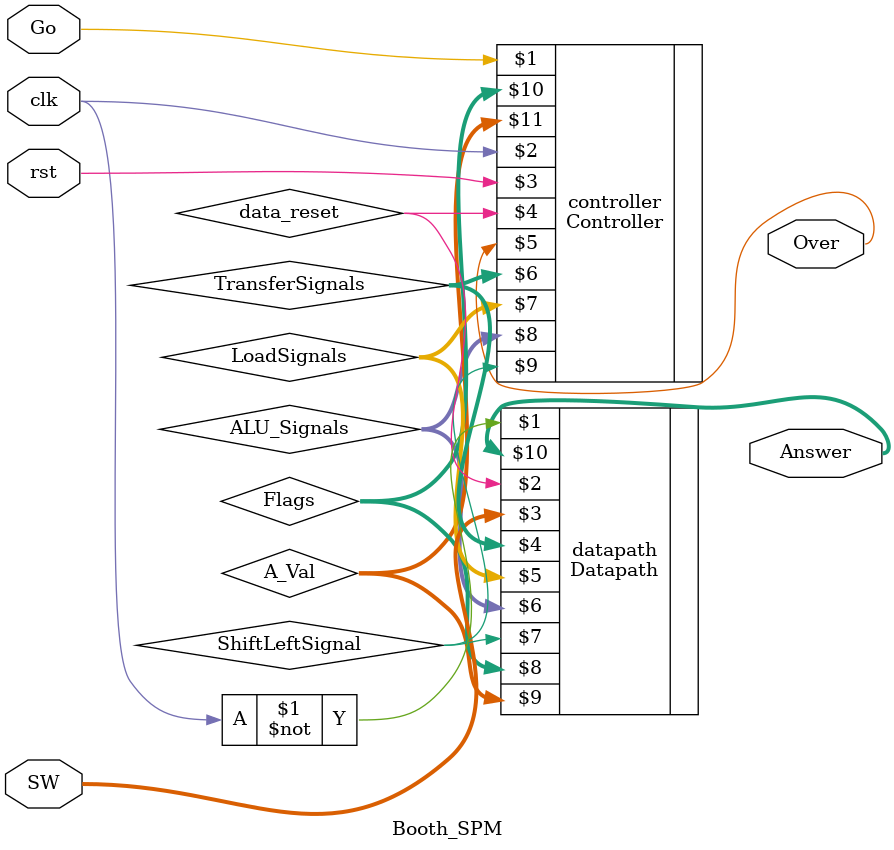
<source format=v>
`timescale 1ns / 1ps


module Booth_SPM(
input wire clk,
input wire rst,
input wire [7:0]SW,
output wire[15:0]Answer,
input wire Go,
output wire Over
);

wire data_reset;

wire [3:0]	TransferSignals;
wire [2:0]	LoadSignals;
wire [11:0]	ALU_Signals;
wire ShiftLeftSignal;

wire [3:0]Flags;
wire [2:0]A_Val;

Datapath datapath(
~clk,
data_reset,
SW,
TransferSignals,
LoadSignals,
ALU_Signals,
ShiftLeftSignal,
Flags,
A_Val,
Answer
);

Controller controller(
Go,
clk,
rst,
data_reset,
Over,
TransferSignals,
LoadSignals,
ALU_Signals,
ShiftLeftSignal,
Flags,
A_Val
);

endmodule

</source>
